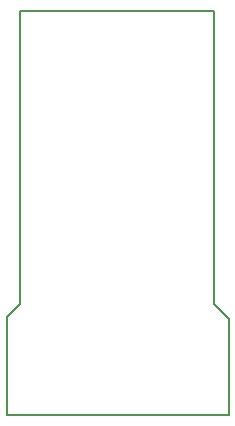
<source format=gbr>
G04 #@! TF.GenerationSoftware,KiCad,Pcbnew,(5.0.0)*
G04 #@! TF.CreationDate,2018-10-02T14:41:49-05:00*
G04 #@! TF.ProjectId,PotBreakout,506F74427265616B6F75742E6B696361,1*
G04 #@! TF.SameCoordinates,Original*
G04 #@! TF.FileFunction,Profile,NP*
%FSLAX46Y46*%
G04 Gerber Fmt 4.6, Leading zero omitted, Abs format (unit mm)*
G04 Created by KiCad (PCBNEW (5.0.0)) date 10/02/18 14:41:49*
%MOMM*%
%LPD*%
G01*
G04 APERTURE LIST*
%ADD10C,0.200000*%
%ADD11C,0.150000*%
G04 APERTURE END LIST*
D10*
X159258000Y-107950000D02*
X160528000Y-109220000D01*
X159258000Y-83185000D02*
X159258000Y-107950000D01*
X159131000Y-83185000D02*
X159258000Y-83185000D01*
X160528000Y-111252000D02*
X160528000Y-109220000D01*
X160528000Y-117348000D02*
X160528000Y-111252000D01*
X141732000Y-117348000D02*
X160528000Y-117348000D01*
X141732000Y-109093000D02*
X141732000Y-117348000D01*
X141986000Y-108839000D02*
X141732000Y-109093000D01*
D11*
X142875000Y-83185000D02*
X143129000Y-83185000D01*
X142875000Y-107950000D02*
X142875000Y-83185000D01*
X141986000Y-108839000D02*
X142875000Y-107950000D01*
D10*
X159004000Y-83185000D02*
X159131000Y-83185000D01*
X158877000Y-83185000D02*
X159004000Y-83185000D01*
X143129000Y-83185000D02*
X158877000Y-83185000D01*
M02*

</source>
